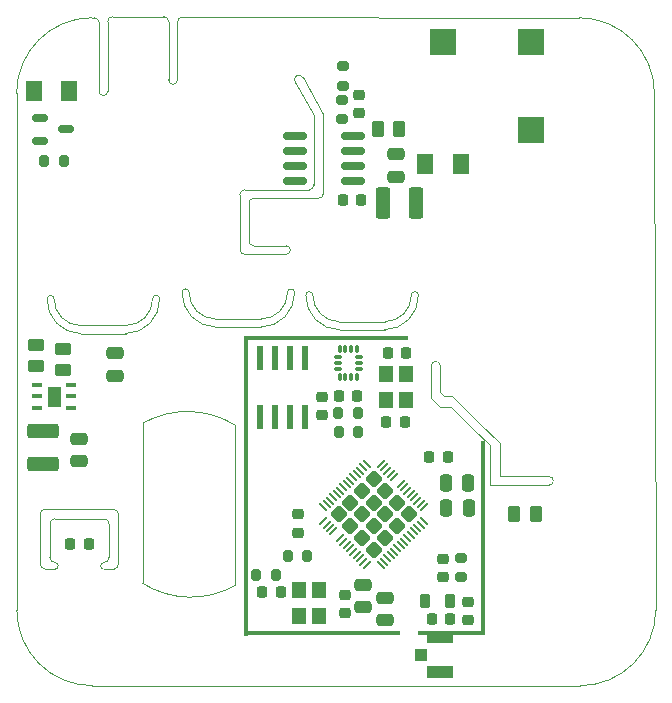
<source format=gbr>
%TF.GenerationSoftware,KiCad,Pcbnew,7.0.6*%
%TF.CreationDate,2023-07-20T17:02:44+02:00*%
%TF.ProjectId,smart_power_socket-54x54x1_6mm_3Cu,736d6172-745f-4706-9f77-65725f736f63,rev?*%
%TF.SameCoordinates,Original*%
%TF.FileFunction,Paste,Top*%
%TF.FilePolarity,Positive*%
%FSLAX46Y46*%
G04 Gerber Fmt 4.6, Leading zero omitted, Abs format (unit mm)*
G04 Created by KiCad (PCBNEW 7.0.6) date 2023-07-20 17:02:44*
%MOMM*%
%LPD*%
G01*
G04 APERTURE LIST*
G04 Aperture macros list*
%AMRoundRect*
0 Rectangle with rounded corners*
0 $1 Rounding radius*
0 $2 $3 $4 $5 $6 $7 $8 $9 X,Y pos of 4 corners*
0 Add a 4 corners polygon primitive as box body*
4,1,4,$2,$3,$4,$5,$6,$7,$8,$9,$2,$3,0*
0 Add four circle primitives for the rounded corners*
1,1,$1+$1,$2,$3*
1,1,$1+$1,$4,$5*
1,1,$1+$1,$6,$7*
1,1,$1+$1,$8,$9*
0 Add four rect primitives between the rounded corners*
20,1,$1+$1,$2,$3,$4,$5,0*
20,1,$1+$1,$4,$5,$6,$7,0*
20,1,$1+$1,$6,$7,$8,$9,0*
20,1,$1+$1,$8,$9,$2,$3,0*%
G04 Aperture macros list end*
%ADD10C,0.010000*%
%ADD11RoundRect,0.218750X0.218750X0.381250X-0.218750X0.381250X-0.218750X-0.381250X0.218750X-0.381250X0*%
%ADD12RoundRect,0.200000X-0.200000X-0.275000X0.200000X-0.275000X0.200000X0.275000X-0.200000X0.275000X0*%
%ADD13RoundRect,0.250000X-0.450000X0.262500X-0.450000X-0.262500X0.450000X-0.262500X0.450000X0.262500X0*%
%ADD14RoundRect,0.225000X-0.250000X0.225000X-0.250000X-0.225000X0.250000X-0.225000X0.250000X0.225000X0*%
%ADD15RoundRect,0.250000X1.075000X-0.375000X1.075000X0.375000X-1.075000X0.375000X-1.075000X-0.375000X0*%
%ADD16RoundRect,0.250000X0.475000X-0.250000X0.475000X0.250000X-0.475000X0.250000X-0.475000X-0.250000X0*%
%ADD17RoundRect,0.200000X-0.275000X0.200000X-0.275000X-0.200000X0.275000X-0.200000X0.275000X0.200000X0*%
%ADD18RoundRect,0.150000X-0.512500X-0.150000X0.512500X-0.150000X0.512500X0.150000X-0.512500X0.150000X0*%
%ADD19RoundRect,0.225000X0.225000X0.250000X-0.225000X0.250000X-0.225000X-0.250000X0.225000X-0.250000X0*%
%ADD20RoundRect,0.200000X0.275000X-0.200000X0.275000X0.200000X-0.275000X0.200000X-0.275000X-0.200000X0*%
%ADD21RoundRect,0.250000X0.250000X0.475000X-0.250000X0.475000X-0.250000X-0.475000X0.250000X-0.475000X0*%
%ADD22RoundRect,0.250001X0.462499X0.624999X-0.462499X0.624999X-0.462499X-0.624999X0.462499X-0.624999X0*%
%ADD23RoundRect,0.250000X0.450000X-0.262500X0.450000X0.262500X-0.450000X0.262500X-0.450000X-0.262500X0*%
%ADD24R,0.840000X0.420000*%
%ADD25RoundRect,0.225000X-0.225000X-0.250000X0.225000X-0.250000X0.225000X0.250000X-0.225000X0.250000X0*%
%ADD26RoundRect,0.225000X0.250000X-0.225000X0.250000X0.225000X-0.250000X0.225000X-0.250000X-0.225000X0*%
%ADD27RoundRect,0.150000X-0.825000X-0.150000X0.825000X-0.150000X0.825000X0.150000X-0.825000X0.150000X0*%
%ADD28R,1.200000X1.400000*%
%ADD29RoundRect,0.087500X-0.087500X0.225000X-0.087500X-0.225000X0.087500X-0.225000X0.087500X0.225000X0*%
%ADD30RoundRect,0.087500X-0.225000X0.087500X-0.225000X-0.087500X0.225000X-0.087500X0.225000X0.087500X0*%
%ADD31RoundRect,0.041300X-0.253700X0.948700X-0.253700X-0.948700X0.253700X-0.948700X0.253700X0.948700X0*%
%ADD32RoundRect,0.250000X0.445477X0.000000X0.000000X0.445477X-0.445477X0.000000X0.000000X-0.445477X0*%
%ADD33RoundRect,0.050000X0.309359X-0.238649X-0.238649X0.309359X-0.309359X0.238649X0.238649X-0.309359X0*%
%ADD34RoundRect,0.050000X0.309359X0.238649X0.238649X0.309359X-0.309359X-0.238649X-0.238649X-0.309359X0*%
%ADD35RoundRect,0.002500X0.003536X0.000000X0.000000X0.003536X-0.003536X0.000000X0.000000X-0.003536X0*%
%ADD36RoundRect,0.250000X0.262500X0.450000X-0.262500X0.450000X-0.262500X-0.450000X0.262500X-0.450000X0*%
%ADD37R,0.400000X16.500000*%
%ADD38R,0.400000X25.400000*%
%ADD39R,2.195000X2.195000*%
%ADD40RoundRect,0.250000X0.375000X1.075000X-0.375000X1.075000X-0.375000X-1.075000X0.375000X-1.075000X0*%
%ADD41R,2.250000X1.100000*%
%ADD42R,1.100000X1.050000*%
%ADD43R,14.000000X0.400000*%
%ADD44R,5.700000X0.400000*%
%ADD45R,13.300000X0.400000*%
%TA.AperFunction,Profile*%
%ADD46C,0.100000*%
%TD*%
G04 APERTURE END LIST*
%TO.C,AU1*%
D10*
X117675890Y-102932569D02*
X116663958Y-102932569D01*
X116663958Y-101351431D01*
X117675890Y-101351431D01*
X117675890Y-102932569D01*
G36*
X117675890Y-102932569D02*
G01*
X116663958Y-102932569D01*
X116663958Y-101351431D01*
X117675890Y-101351431D01*
X117675890Y-102932569D01*
G37*
%TD*%
D11*
%TO.C,L1*%
X150705000Y-119490000D03*
X148580000Y-119490000D03*
%TD*%
D12*
%TO.C,ER2*%
X137000000Y-115680000D03*
X138650000Y-115680000D03*
%TD*%
D13*
%TO.C,AR1*%
X117970000Y-98115000D03*
X117970000Y-99940000D03*
%TD*%
D14*
%TO.C,EC15*%
X141845076Y-118955500D03*
X141845076Y-120505500D03*
%TD*%
D15*
%TO.C,AL1*%
X116259924Y-107830000D03*
X116259924Y-105030000D03*
%TD*%
D16*
%TO.C,AC1*%
X119320000Y-107650000D03*
X119320000Y-105750000D03*
%TD*%
D17*
%TO.C,ER5*%
X141629924Y-74172000D03*
X141629924Y-75822000D03*
%TD*%
D18*
%TO.C,RQ1*%
X115970000Y-78590000D03*
X115970000Y-80490000D03*
X118245000Y-79540000D03*
%TD*%
D19*
%TO.C,EC19*%
X143214924Y-85547000D03*
X141664924Y-85547000D03*
%TD*%
%TO.C,ATH20_C1*%
X120120000Y-114650000D03*
X118570000Y-114650000D03*
%TD*%
D20*
%TO.C,ER1*%
X151640000Y-117445000D03*
X151640000Y-115795000D03*
%TD*%
D21*
%TO.C,EC3*%
X152290000Y-109440000D03*
X150390000Y-109440000D03*
%TD*%
D20*
%TO.C,ER4*%
X141599924Y-78672000D03*
X141599924Y-77022000D03*
%TD*%
D19*
%TO.C,IMUC1*%
X142850000Y-102140000D03*
X141300000Y-102140000D03*
%TD*%
D22*
%TO.C,HLD1*%
X151617424Y-82492000D03*
X148642424Y-82492000D03*
%TD*%
D23*
%TO.C,AR2*%
X115670000Y-99602500D03*
X115670000Y-97777500D03*
%TD*%
D24*
%TO.C,AU1*%
X115734924Y-101192000D03*
X115734924Y-102142000D03*
X115734924Y-103092000D03*
X118604924Y-103092000D03*
X118604924Y-102142000D03*
X118604924Y-101192000D03*
%TD*%
D25*
%TO.C,EC10*%
X149170076Y-121000500D03*
X150720076Y-121000500D03*
%TD*%
D26*
%TO.C,EC1*%
X150100000Y-117420000D03*
X150100000Y-115870000D03*
%TD*%
%TO.C,AUC1*%
X139865000Y-103737500D03*
X139865000Y-102187500D03*
%TD*%
D27*
%TO.C,ACS1*%
X137604924Y-80132000D03*
X137604924Y-81402000D03*
X137604924Y-82672000D03*
X137604924Y-83942000D03*
X142554924Y-83942000D03*
X142554924Y-82672000D03*
X142554924Y-81402000D03*
X142554924Y-80132000D03*
%TD*%
D28*
%TO.C,ECY1*%
X146965000Y-102452500D03*
X146965000Y-100252500D03*
X145265000Y-100252500D03*
X145265000Y-102452500D03*
%TD*%
D16*
%TO.C,EC4*%
X143385076Y-119990500D03*
X143385076Y-118090500D03*
%TD*%
%TO.C,HLC1*%
X146189924Y-83532000D03*
X146189924Y-81632000D03*
%TD*%
D28*
%TO.C,ECY2*%
X139650000Y-120720000D03*
X139650000Y-118520000D03*
X137950000Y-118520000D03*
X137950000Y-120720000D03*
%TD*%
D12*
%TO.C,RR1*%
X116355000Y-82240000D03*
X118005000Y-82240000D03*
%TD*%
D14*
%TO.C,EC18*%
X143039924Y-76582000D03*
X143039924Y-78132000D03*
%TD*%
D29*
%TO.C,U3*%
X142870000Y-98165000D03*
X142370000Y-98165000D03*
X141870000Y-98165000D03*
X141370000Y-98165000D03*
D30*
X141207500Y-98827500D03*
X141207500Y-99327500D03*
X141207500Y-99827500D03*
D29*
X141370000Y-100490000D03*
X141870000Y-100490000D03*
X142370000Y-100490000D03*
X142870000Y-100490000D03*
D30*
X143032500Y-99827500D03*
X143032500Y-99327500D03*
X143032500Y-98827500D03*
%TD*%
D22*
%TO.C,HLD3*%
X118487500Y-76310000D03*
X115512500Y-76310000D03*
%TD*%
D31*
%TO.C,U1*%
X138460000Y-98910000D03*
X137190000Y-98910000D03*
X135920000Y-98910000D03*
X134650000Y-98910000D03*
X134650000Y-103850000D03*
X135920000Y-103850000D03*
X137190000Y-103850000D03*
X138460000Y-103850000D03*
%TD*%
D19*
%TO.C,EC17*%
X136375076Y-118670500D03*
X134825076Y-118670500D03*
%TD*%
D32*
%TO.C,ESP32S1*%
X144270000Y-115107399D03*
X145259949Y-114117450D03*
X146249899Y-113127500D03*
X147239848Y-112137551D03*
X143280051Y-114117450D03*
X144270000Y-113127500D03*
X145259949Y-112137551D03*
X146249899Y-111147602D03*
X142290101Y-113127500D03*
X143280051Y-112137551D03*
X144270000Y-111147602D03*
X145259949Y-110157652D03*
X141300152Y-112137551D03*
X142290101Y-111147602D03*
X143280051Y-110157652D03*
X144270000Y-109167703D03*
D33*
X144862202Y-116406708D03*
X145145045Y-116123865D03*
X145427887Y-115841023D03*
X145710730Y-115558180D03*
X145993573Y-115275337D03*
X146276415Y-114992495D03*
X146559258Y-114709652D03*
X146842101Y-114426809D03*
X147124944Y-114143966D03*
X147407786Y-113861124D03*
X147690629Y-113578281D03*
X147973472Y-113295438D03*
X148256314Y-113012596D03*
X148539157Y-112729753D03*
D34*
X148539157Y-111545349D03*
X148256314Y-111262506D03*
X147973472Y-110979664D03*
X147690629Y-110696821D03*
X147407786Y-110413978D03*
X147124944Y-110131136D03*
X146842101Y-109848293D03*
X146559258Y-109565450D03*
D35*
X146276415Y-109282607D03*
D34*
X145993573Y-108999765D03*
X145710730Y-108716922D03*
X145427887Y-108434079D03*
X145145045Y-108151237D03*
X144862202Y-107868394D03*
D33*
X143677798Y-107868394D03*
X143394955Y-108151237D03*
X143112113Y-108434079D03*
X142829270Y-108716922D03*
X142546427Y-108999765D03*
X142263585Y-109282607D03*
X141980742Y-109565450D03*
X141697899Y-109848293D03*
X141415056Y-110131136D03*
X141132214Y-110413978D03*
X140849371Y-110696821D03*
X140566528Y-110979664D03*
X140283686Y-111262506D03*
X140000843Y-111545349D03*
D34*
X140000843Y-112729753D03*
X140283686Y-113012596D03*
X140566528Y-113295438D03*
X140849371Y-113578281D03*
D35*
X141132214Y-113861124D03*
D34*
X141415056Y-114143966D03*
X141697899Y-114426809D03*
X141980742Y-114709652D03*
X142263585Y-114992495D03*
X142546427Y-115275337D03*
X142829270Y-115558180D03*
X143112113Y-115841023D03*
X143394955Y-116123865D03*
X143677798Y-116406708D03*
%TD*%
D12*
%TO.C,ER3*%
X134320076Y-117240500D03*
X135970076Y-117240500D03*
%TD*%
D36*
%TO.C,DS1*%
X158000000Y-112110000D03*
X156175000Y-112110000D03*
%TD*%
D26*
%TO.C,EC11*%
X137820000Y-113685000D03*
X137820000Y-112135000D03*
%TD*%
D14*
%TO.C,EC7*%
X152270000Y-119525000D03*
X152270000Y-121075000D03*
%TD*%
D16*
%TO.C,AC2*%
X122369924Y-100372000D03*
X122369924Y-98472000D03*
%TD*%
D37*
%TO.C,*%
X153500000Y-114090000D03*
%TD*%
D38*
%TO.C,*%
X133420076Y-109695500D03*
%TD*%
D16*
%TO.C,EC2*%
X145205076Y-121080500D03*
X145205076Y-119180500D03*
%TD*%
D39*
%TO.C,BZ1*%
X157574924Y-79547000D03*
X157574924Y-72147000D03*
X150174924Y-72147000D03*
%TD*%
D12*
%TO.C,IMR2*%
X141255076Y-103552500D03*
X142905076Y-103552500D03*
%TD*%
%TO.C,IMR1*%
X141300000Y-105172500D03*
X142950000Y-105172500D03*
%TD*%
D40*
%TO.C,HLL1*%
X147859924Y-85792000D03*
X145059924Y-85792000D03*
%TD*%
D19*
%TO.C,EC12*%
X146875000Y-104290000D03*
X145325000Y-104290000D03*
%TD*%
D41*
%TO.C,J4*%
X149850000Y-122540000D03*
X149850000Y-125490000D03*
D42*
X148300000Y-124015000D03*
%TD*%
D36*
%TO.C,HLR2*%
X146432424Y-79482000D03*
X144607424Y-79482000D03*
%TD*%
D43*
%TO.C,REF\u002A\u002A*%
X140225076Y-97170500D03*
%TD*%
D44*
%TO.C,*%
X150790076Y-122155500D03*
%TD*%
D25*
%TO.C,EC14*%
X145445000Y-98440000D03*
X146995000Y-98440000D03*
%TD*%
D45*
%TO.C,REF\u002A\u002A*%
X139890228Y-122195449D03*
%TD*%
D25*
%TO.C,EC8*%
X148970000Y-107292500D03*
X150520000Y-107292500D03*
%TD*%
D21*
%TO.C,EC5*%
X152320000Y-111630000D03*
X150420000Y-111630000D03*
%TD*%
D46*
X116034099Y-112111772D02*
X116052969Y-116354114D01*
X119467398Y-96819625D02*
X123278973Y-96819625D01*
X116053012Y-116354114D02*
G75*
G03*
X116483456Y-116764113I410688J214D01*
G01*
X122643533Y-112108968D02*
G75*
G03*
X122213106Y-111698969I-410133J368D01*
G01*
X132940932Y-89712067D02*
X132942993Y-85047165D01*
X149889022Y-101804022D02*
X149889022Y-99544022D01*
X130898425Y-96270000D02*
X134710000Y-96270000D01*
X141378425Y-96500871D02*
X145190000Y-96500871D01*
X119427398Y-96128754D02*
X123318973Y-96128754D01*
X138248899Y-75119216D02*
G75*
G03*
X137607176Y-75489714I-320899J-185184D01*
G01*
X148051575Y-93570000D02*
G75*
G03*
X147448425Y-93570000I-301575J0D01*
G01*
X121850193Y-112910000D02*
G75*
G03*
X121419756Y-112500002I-410293J200D01*
G01*
X133353969Y-90125104D02*
X136833969Y-90125975D01*
X117208950Y-93888754D02*
G75*
G03*
X119427398Y-96128754I2218450J-21446D01*
G01*
X114049965Y-120229930D02*
X114031486Y-76477000D01*
X132547381Y-104575763D02*
G75*
G03*
X124716477Y-104407324I-4057381J-6514237D01*
G01*
X141338425Y-95810000D02*
X145230000Y-95810000D01*
X130858425Y-95579129D02*
X134750000Y-95579129D01*
X159100000Y-109651080D02*
X154100000Y-109640000D01*
X124716477Y-104407324D02*
X124716477Y-117977196D01*
X117263698Y-112493958D02*
X121419756Y-112500001D01*
X116843168Y-115784446D02*
G75*
G03*
X117273699Y-116194445I410532J46D01*
G01*
X128063037Y-70017000D02*
G75*
G03*
X127650000Y-70430000I-37J-413000D01*
G01*
X153185000Y-104375978D02*
X151475000Y-102660000D01*
X122240273Y-116774315D02*
X121440275Y-116774758D01*
X154930000Y-106070000D02*
X154930000Y-108900000D01*
X150770978Y-103004022D02*
X152660978Y-104900000D01*
X136833969Y-90125905D02*
G75*
G03*
X136833969Y-89384895I-69J370505D01*
G01*
X138781907Y-84636044D02*
G75*
G03*
X139194944Y-84223042I-7J413044D01*
G01*
X117273699Y-116768755D02*
G75*
G03*
X117273699Y-116194445I1J287155D01*
G01*
X126140548Y-93888754D02*
G75*
G03*
X125537398Y-93888754I-301575J0D01*
G01*
X139120003Y-93570000D02*
G75*
G03*
X141338425Y-95810000I2218497J-21400D01*
G01*
X150935000Y-102120000D02*
X150205000Y-102120000D01*
X134106031Y-85375104D02*
X139591907Y-85376079D01*
X126898920Y-75336963D02*
G75*
G03*
X127640000Y-75336963I370540J0D01*
G01*
X154110000Y-106280000D02*
X154100000Y-109640000D01*
X134106031Y-89395104D02*
X136833969Y-89384895D01*
X140003969Y-78255104D02*
X138248970Y-75119175D01*
X137571575Y-93339129D02*
G75*
G03*
X136968425Y-93339129I-301575J0D01*
G01*
X133356030Y-84634093D02*
G75*
G03*
X132942993Y-85047165I70J-413107D01*
G01*
X128640075Y-93339130D02*
G75*
G03*
X130858425Y-95579129I2218425J-21470D01*
G01*
X133692994Y-88982067D02*
X133692994Y-85788141D01*
X132547381Y-118145635D02*
X132547381Y-104575763D01*
X126903000Y-70403037D02*
G75*
G03*
X126490000Y-69990000I-413000J37D01*
G01*
X149889022Y-99544022D02*
G75*
G03*
X149147942Y-99544022I-370540J0D01*
G01*
X123278973Y-96819607D02*
G75*
G03*
X126140548Y-93888754I-23673J2885507D01*
G01*
X138516788Y-93569999D02*
G75*
G03*
X141378425Y-96500871I2885312J-45301D01*
G01*
X139194944Y-84223042D02*
X139213969Y-78315104D01*
X168031605Y-76476965D02*
G75*
G03*
X161631486Y-70076895I-6400005J65D01*
G01*
X139213969Y-78315104D02*
X137607175Y-75489714D01*
X120431556Y-70076930D02*
X120597938Y-70076930D01*
X122240273Y-116774368D02*
G75*
G03*
X122650272Y-116343828I127J410368D01*
G01*
X126490000Y-69990000D02*
X122160000Y-69990000D01*
X139120000Y-93570000D02*
G75*
G03*
X138516850Y-93570000I-301575J0D01*
G01*
X127650000Y-70430000D02*
X127640000Y-75336963D01*
X134750000Y-95579128D02*
G75*
G03*
X136968424Y-93339129I0J2218528D01*
G01*
X168140070Y-120229930D02*
X168031556Y-76476965D01*
X132940896Y-89712067D02*
G75*
G03*
X133353969Y-90125104I413104J67D01*
G01*
X145230000Y-95810029D02*
G75*
G03*
X147448425Y-93570000I0J2218529D01*
G01*
X122649754Y-116343828D02*
X122643593Y-112108968D01*
X123318973Y-96128701D02*
G75*
G03*
X125537397Y-93888754I27J2218501D01*
G01*
X117208973Y-93888754D02*
G75*
G03*
X116605823Y-93888754I-301575J0D01*
G01*
X122160000Y-69989963D02*
G75*
G03*
X121746963Y-70403037I0J-413037D01*
G01*
X140004944Y-84963042D02*
X140003969Y-78255104D01*
X150770978Y-103004022D02*
X149895000Y-103001080D01*
X120431556Y-70076886D02*
G75*
G03*
X114031486Y-76477000I44J-6400114D01*
G01*
X116483456Y-116764113D02*
X117273699Y-116768716D01*
X149147942Y-102254022D02*
X149895000Y-103001080D01*
X128063037Y-70016963D02*
X161631486Y-70076895D01*
X116843212Y-115784446D02*
X116853699Y-112924445D01*
X117263698Y-112494005D02*
G75*
G03*
X116853700Y-112924445I-198J-410295D01*
G01*
X121005883Y-76300000D02*
G75*
G03*
X121746963Y-76300000I370540J0D01*
G01*
X151475000Y-102660000D02*
X150935000Y-102120000D01*
X134710000Y-96270034D02*
G75*
G03*
X137571574Y-93339129I-23700J2885534D01*
G01*
X145190001Y-96500935D02*
G75*
G03*
X148051575Y-93570000I-23701J2885535D01*
G01*
X133692996Y-88982067D02*
G75*
G03*
X134106031Y-89395104I413104J67D01*
G01*
X134106031Y-85375094D02*
G75*
G03*
X133692994Y-85788141I-31J-413006D01*
G01*
X121440275Y-116200442D02*
G75*
G03*
X121440275Y-116774758I25J-287158D01*
G01*
X138781907Y-84636079D02*
X133356030Y-84634128D01*
X161740000Y-126630000D02*
X120450035Y-126630000D01*
X128640000Y-93339129D02*
G75*
G03*
X128036850Y-93339129I-301575J0D01*
G01*
X150205000Y-102120000D02*
X149889022Y-101804022D01*
X159100000Y-109651000D02*
G75*
G03*
X159100000Y-108910000I0J370500D01*
G01*
X122213106Y-111698969D02*
X116444098Y-111681285D01*
X116444098Y-111681308D02*
G75*
G03*
X116034099Y-112111772I-98J-410392D01*
G01*
X116605834Y-93888754D02*
G75*
G03*
X119467398Y-96819625I2885266J-45346D01*
G01*
X152660978Y-104900000D02*
X154110000Y-106280000D01*
X121849756Y-115770000D02*
X121850243Y-112910000D01*
X149147942Y-99544022D02*
X149147942Y-102254022D01*
X121010975Y-70489967D02*
X121005883Y-76300000D01*
X121010970Y-70489967D02*
G75*
G03*
X120597938Y-70076930I-413070J-33D01*
G01*
X126903037Y-70403037D02*
X126898920Y-75336963D01*
X124716500Y-117977159D02*
G75*
G03*
X132547381Y-118145635I4057400J6514159D01*
G01*
X114050000Y-120229930D02*
G75*
G03*
X120450035Y-126630000I6400200J130D01*
G01*
X139591907Y-85376044D02*
G75*
G03*
X140004944Y-84963042I-7J413044D01*
G01*
X161740000Y-126630000D02*
G75*
G03*
X168140070Y-120229930I30J6400040D01*
G01*
X128036860Y-93339129D02*
G75*
G03*
X130898425Y-96270000I2885240J-45371D01*
G01*
X121440275Y-116200461D02*
G75*
G03*
X121850273Y-115770000I25J410461D01*
G01*
X121746963Y-70403037D02*
X121746963Y-76300000D01*
X153185000Y-104375978D02*
X154930000Y-106070000D01*
X154930000Y-108900000D02*
X159100000Y-108910000D01*
M02*

</source>
